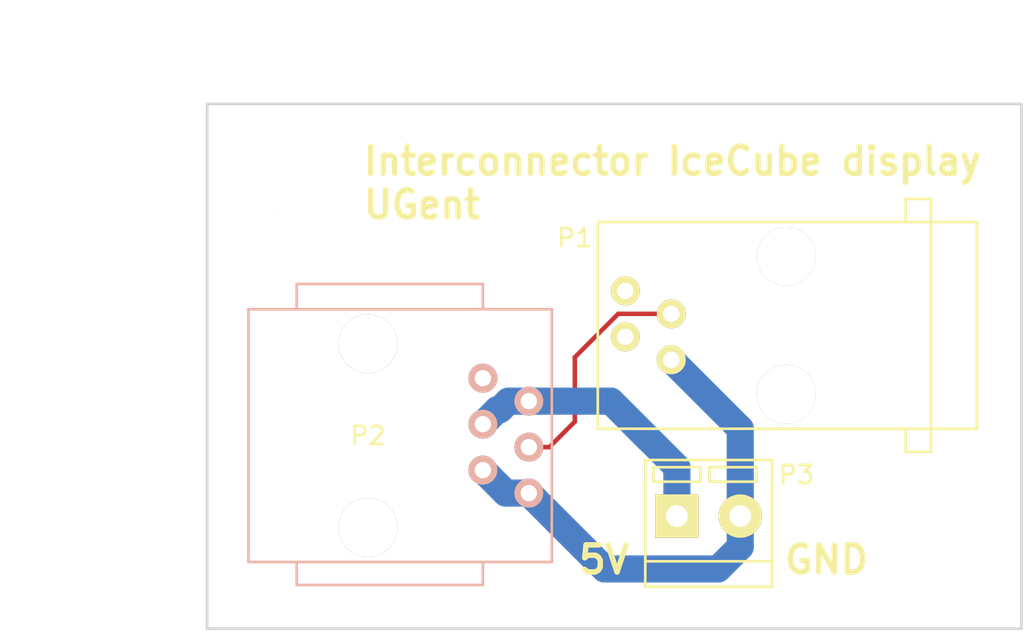
<source format=kicad_pcb>
(kicad_pcb (version 4) (host pcbnew 4.0.2-4+6225~38~ubuntu14.04.1-stable)

  (general
    (links 6)
    (no_connects 1)
    (area 121.209999 80.144999 166.360001 109.295001)
    (thickness 1.6)
    (drawings 14)
    (tracks 22)
    (zones 0)
    (modules 5)
    (nets 7)
  )

  (page A4)
  (layers
    (0 F.Cu signal)
    (31 B.Cu signal)
    (32 B.Adhes user)
    (33 F.Adhes user)
    (34 B.Paste user)
    (35 F.Paste user)
    (36 B.SilkS user)
    (37 F.SilkS user)
    (38 B.Mask user)
    (39 F.Mask user)
    (40 Dwgs.User user)
    (41 Cmts.User user)
    (42 Eco1.User user)
    (43 Eco2.User user)
    (44 Edge.Cuts user)
    (45 Margin user)
    (46 B.CrtYd user)
    (47 F.CrtYd user)
    (48 B.Fab user)
    (49 F.Fab user)
  )

  (setup
    (last_trace_width 0.25)
    (trace_clearance 0.25)
    (zone_clearance 0.508)
    (zone_45_only no)
    (trace_min 0.2)
    (segment_width 0.2)
    (edge_width 0.15)
    (via_size 0.6)
    (via_drill 0.4)
    (via_min_size 0.4)
    (via_min_drill 0.3)
    (uvia_size 0.3)
    (uvia_drill 0.1)
    (uvias_allowed no)
    (uvia_min_size 0.2)
    (uvia_min_drill 0.1)
    (pcb_text_width 0.3)
    (pcb_text_size 1.5 1.5)
    (mod_edge_width 0.15)
    (mod_text_size 1 1)
    (mod_text_width 0.15)
    (pad_size 1.524 1.524)
    (pad_drill 0.762)
    (pad_to_mask_clearance 0.2)
    (aux_axis_origin 0 0)
    (grid_origin 121.285 109.22)
    (visible_elements FFFFFF7F)
    (pcbplotparams
      (layerselection 0x010e0_80000001)
      (usegerberextensions false)
      (excludeedgelayer true)
      (linewidth 0.100000)
      (plotframeref false)
      (viasonmask false)
      (mode 1)
      (useauxorigin false)
      (hpglpennumber 1)
      (hpglpenspeed 20)
      (hpglpendiameter 15)
      (hpglpenoverlay 2)
      (psnegative false)
      (psa4output false)
      (plotreference true)
      (plotvalue false)
      (plotinvisibletext false)
      (padsonsilk false)
      (subtractmaskfromsilk false)
      (outputformat 1)
      (mirror false)
      (drillshape 0)
      (scaleselection 1)
      (outputdirectory production-single/))
  )

  (net 0 "")
  (net 1 /GND)
  (net 2 "Net-(P1-Pad2)")
  (net 3 /DATA)
  (net 4 "Net-(P1-Pad4)")
  (net 5 /5V)
  (net 6 "Net-(P2-Pad6)")

  (net_class Default "This is the default net class."
    (clearance 0.25)
    (trace_width 0.25)
    (via_dia 0.6)
    (via_drill 0.4)
    (uvia_dia 0.3)
    (uvia_drill 0.1)
    (add_net /DATA)
    (add_net "Net-(P1-Pad2)")
    (add_net "Net-(P1-Pad4)")
    (add_net "Net-(P2-Pad6)")
  )

  (net_class power ""
    (clearance 0.25)
    (trace_width 1.5)
    (via_dia 0.6)
    (via_drill 0.4)
    (uvia_dia 0.3)
    (uvia_drill 0.1)
    (add_net /5V)
    (add_net /GND)
  )

  (module modular_connectors:4P4C_horizontal (layer F.Cu) (tedit 56E6C5F6) (tstamp 56E69C1C)
    (at 146.939 94.361 90)
    (path /56E69467)
    (solder_mask_margin 0.1016)
    (fp_text reference P1 (at 6.731 -5.334 180) (layer F.SilkS)
      (effects (font (size 1 1) (thickness 0.15)))
    )
    (fp_text value 4P4C (at 1.651 -7.366 90) (layer F.Fab)
      (effects (font (size 1 1) (thickness 0.15)))
    )
    (fp_line (start 9.271 -4.318) (end -5.334 -4.318) (layer F.CrtYd) (width 0.05))
    (fp_line (start -5.334 -4.318375) (end -5.334 17.145) (layer F.CrtYd) (width 0.05))
    (fp_line (start 9.271 17.145) (end -5.334 17.145) (layer F.CrtYd) (width 0.05))
    (fp_line (start 9.271 -4.318) (end 9.271 17.145) (layer F.CrtYd) (width 0.05))
    (fp_line (start 7.62 14.351) (end 8.89 14.351) (layer F.SilkS) (width 0.15))
    (fp_line (start 8.89 14.351) (end 8.89 12.954) (layer F.SilkS) (width 0.15))
    (fp_line (start 8.89 12.954) (end 7.62 12.954) (layer F.SilkS) (width 0.15))
    (fp_line (start -3.81 14.351) (end -5.08 14.351) (layer F.SilkS) (width 0.15))
    (fp_line (start -5.08 14.351) (end -5.08 12.954) (layer F.SilkS) (width 0.15))
    (fp_line (start -5.08 12.954) (end -3.81 12.954) (layer F.SilkS) (width 0.15))
    (fp_line (start -3.81 14.351) (end 7.62 14.351) (layer F.SilkS) (width 0.15))
    (fp_line (start -3.81 -4.064) (end 7.62 -4.064) (layer F.SilkS) (width 0.15))
    (fp_line (start 7.62 -4.064) (end 7.62 16.891) (layer F.SilkS) (width 0.15))
    (fp_line (start -3.81 16.891) (end 7.62 16.891) (layer F.SilkS) (width 0.15))
    (fp_line (start -3.81 -4.064384) (end -3.81 16.891) (layer F.SilkS) (width 0.15))
    (pad 1 thru_hole circle (at 0 0 90) (size 1.6 1.6) (drill 0.9) (layers *.Cu *.Mask F.SilkS)
      (net 1 /GND))
    (pad 6 thru_hole circle (at 5.715 6.35 90) (size 3.25 3.25) (drill 3.25) (layers *.Cu *.Mask F.SilkS))
    (pad 5 thru_hole circle (at -1.905 6.35 90) (size 3.25 3.25) (drill 3.25) (layers *.Cu *.Mask F.SilkS))
    (pad 2 thru_hole circle (at 1.27 -2.54 90) (size 1.6 1.6) (drill 0.9) (layers *.Cu *.Mask F.SilkS)
      (net 2 "Net-(P1-Pad2)"))
    (pad 3 thru_hole circle (at 2.54 0 90) (size 1.6 1.6) (drill 0.9) (layers *.Cu *.Mask F.SilkS)
      (net 3 /DATA))
    (pad 4 thru_hole circle (at 3.81 -2.54 90) (size 1.6 1.6) (drill 0.9) (layers *.Cu *.Mask F.SilkS)
      (net 4 "Net-(P1-Pad4)"))
  )

  (module modular_connectors:TerminalBlock_3.5mm_2pol (layer F.Cu) (tedit 56E6981D) (tstamp 56E69C4D)
    (at 147.249 102.997)
    (descr "2-way 3.5mm pitch terminal block, Phoenix PT series")
    (path /56E69505)
    (fp_text reference P3 (at 6.604 -2.286) (layer F.SilkS)
      (effects (font (size 1 1) (thickness 0.15)))
    )
    (fp_text value CONN_01X02 (at 1.75 6) (layer F.Fab)
      (effects (font (size 1 1) (thickness 0.15)))
    )
    (fp_line (start -1.3 -1.9) (end -1.3 -2.7) (layer F.SilkS) (width 0.15))
    (fp_line (start 1.3 -1.9) (end -1.3 -1.9) (layer F.SilkS) (width 0.15))
    (fp_line (start 1.3 -2.7) (end 1.3 -1.9) (layer F.SilkS) (width 0.15))
    (fp_line (start -1.3 -2.7) (end 1.3 -2.7) (layer F.SilkS) (width 0.15))
    (fp_line (start -1.9 -3.3) (end 5.4 -3.3) (layer F.CrtYd) (width 0.05))
    (fp_line (start -1.9 4.2) (end -1.9 -3.3) (layer F.CrtYd) (width 0.05))
    (fp_line (start 5.4 4.2) (end -1.9 4.2) (layer F.CrtYd) (width 0.05))
    (fp_line (start 5.4 -3.3) (end 5.4 4.2) (layer F.CrtYd) (width 0.05))
    (fp_line (start -1.75 2.5) (end 5.25 2.5) (layer F.SilkS) (width 0.15))
    (fp_line (start -1.75 3.9) (end 5.25 3.9) (layer F.SilkS) (width 0.15))
    (fp_line (start -1.75 -3.1) (end -1.75 3.900178) (layer F.SilkS) (width 0.15))
    (fp_line (start 5.25 3.900178) (end 5.25 -3.1) (layer F.SilkS) (width 0.15))
    (fp_line (start 5.25 -3.1) (end -1.75 -3.1) (layer F.SilkS) (width 0.15))
    (fp_line (start 1.8 -2.7) (end 4.4 -2.7) (layer F.SilkS) (width 0.15))
    (fp_line (start 4.4 -2.7) (end 4.4 -1.9) (layer F.SilkS) (width 0.15))
    (fp_line (start 4.4 -1.9) (end 1.8 -1.9) (layer F.SilkS) (width 0.15))
    (fp_line (start 1.8 -1.9) (end 1.8 -2.7) (layer F.SilkS) (width 0.15))
    (pad 2 thru_hole circle (at 3.5 0) (size 2.4 2.4) (drill 1.2) (layers *.Cu *.Mask F.SilkS)
      (net 1 /GND))
    (pad 1 thru_hole rect (at 0 0) (size 2.4 2.4) (drill 1.2) (layers *.Cu *.Mask F.SilkS)
      (net 5 /5V))
    (model Terminal_Blocks.3dshapes/TerminalBlock_Pheonix_PT-3.5mm_2pol.wrl
      (at (xyz 0 0 0))
      (scale (xyz 1 1 1))
      (rotate (xyz 0 0 0))
    )
  )

  (module Mounting_Holes:MountingHole_3.2mm_M3 (layer F.Cu) (tedit 56E69E3E) (tstamp 56E6A077)
    (at 161.29 104.22)
    (descr "Mounting Hole 3.2mm, no annular, M3")
    (tags "mounting hole 3.2mm no annular m3")
    (fp_text reference REF** (at 0 -4.2) (layer F.SilkS) hide
      (effects (font (size 1 1) (thickness 0.15)))
    )
    (fp_text value MountingHole_3.2mm_M3 (at 0 4.2) (layer F.Fab) hide
      (effects (font (size 1 1) (thickness 0.15)))
    )
    (fp_circle (center 0 0) (end 3.2 0) (layer Cmts.User) (width 0.15))
    (fp_circle (center 0 0) (end 3.45 0) (layer F.CrtYd) (width 0.05))
    (pad 1 np_thru_hole circle (at 0 0) (size 3.2 3.2) (drill 3.2) (layers *.Cu *.Mask F.SilkS))
  )

  (module modular_connectors:6P6C_vertical (layer B.Cu) (tedit 56E69D63) (tstamp 56E69EA8)
    (at 139.065 99.187 90)
    (path /56E694BE)
    (fp_text reference P2 (at 0.635 -8.89 180) (layer F.SilkS)
      (effects (font (size 1 1) (thickness 0.15)))
    )
    (fp_text value 6P6C (at 0.635 -16.51 90) (layer B.Fab)
      (effects (font (size 1 1) (thickness 0.15)) (justify mirror))
    )
    (fp_line (start -7.874 1.524) (end 9.271 1.524) (layer B.CrtYd) (width 0.05))
    (fp_line (start -7.874 -15.748) (end -7.874 1.524) (layer B.CrtYd) (width 0.05))
    (fp_line (start 9.271 -15.748) (end -7.874 -15.748) (layer B.CrtYd) (width 0.05))
    (fp_line (start 9.271 1.524) (end 9.271 -15.748) (layer B.CrtYd) (width 0.05))
    (fp_line (start 7.62 -12.827) (end 9.017 -12.827) (layer B.SilkS) (width 0.15))
    (fp_line (start 9.017 -12.827) (end 9.017 -2.54) (layer B.SilkS) (width 0.15))
    (fp_line (start 9.017 -2.54) (end 7.62 -2.54) (layer B.SilkS) (width 0.15))
    (fp_line (start -6.35 -2.54) (end -7.62 -2.54) (layer B.SilkS) (width 0.15))
    (fp_line (start -7.62 -2.54) (end -7.62 -12.827) (layer B.SilkS) (width 0.15))
    (fp_line (start -7.62 -12.827) (end -6.35 -12.827) (layer B.SilkS) (width 0.15))
    (fp_line (start 7.62 1.27) (end -6.35 1.27) (layer B.SilkS) (width 0.15))
    (fp_line (start 7.62 -15.494) (end 7.62 1.27) (layer B.SilkS) (width 0.15))
    (fp_line (start -6.35 -15.494) (end -6.35 1.27) (layer B.SilkS) (width 0.15))
    (fp_line (start -6.35 -15.494) (end 7.62 -15.494) (layer B.SilkS) (width 0.15))
    (pad 1 thru_hole circle (at -2.54 0 90) (size 1.6 1.6) (drill 0.9) (layers *.Cu *.Mask B.SilkS)
      (net 1 /GND))
    (pad 7 thru_hole circle (at -4.445 -8.89 90) (size 3.25 3.25) (drill 3.25) (layers *.Cu *.Mask B.SilkS))
    (pad 2 thru_hole circle (at -1.27 -2.54 90) (size 1.6 1.6) (drill 0.9) (layers *.Cu *.Mask B.SilkS)
      (net 1 /GND))
    (pad 3 thru_hole circle (at 0 0 90) (size 1.6 1.6) (drill 0.9) (layers *.Cu *.Mask B.SilkS)
      (net 3 /DATA))
    (pad 4 thru_hole circle (at 1.27 -2.54 90) (size 1.6 1.6) (drill 0.9) (layers *.Cu *.Mask B.SilkS)
      (net 5 /5V))
    (pad 5 thru_hole circle (at 2.54 0 90) (size 1.6 1.6) (drill 0.9) (layers *.Cu *.Mask B.SilkS)
      (net 5 /5V))
    (pad 6 thru_hole circle (at 3.81 -2.54 90) (size 1.6 1.6) (drill 0.9) (layers *.Cu *.Mask B.SilkS)
      (net 6 "Net-(P2-Pad6)"))
    (pad 8 thru_hole circle (at 5.715 -8.89 90) (size 3.25 3.25) (drill 3.25) (layers *.Cu *.Mask B.SilkS))
  )

  (module Mounting_Holes:MountingHole_3.2mm_M3 (layer F.Cu) (tedit 56E69E3E) (tstamp 56E6A05E)
    (at 126.285 85.22)
    (descr "Mounting Hole 3.2mm, no annular, M3")
    (tags "mounting hole 3.2mm no annular m3")
    (fp_text reference REF** (at 0 -4.2) (layer F.SilkS) hide
      (effects (font (size 1 1) (thickness 0.15)))
    )
    (fp_text value MountingHole_3.2mm_M3 (at 0 4.2) (layer F.Fab) hide
      (effects (font (size 1 1) (thickness 0.15)))
    )
    (fp_circle (center 0 0) (end 3.2 0) (layer Cmts.User) (width 0.15))
    (fp_circle (center 0 0) (end 3.45 0) (layer F.CrtYd) (width 0.05))
    (pad 1 np_thru_hole circle (at 0 0) (size 3.2 3.2) (drill 3.2) (layers *.Cu *.Mask F.SilkS))
  )

  (gr_line (start 164.285 80.22) (end 164.285 109.22) (layer Cmts.User) (width 0.2))
  (gr_line (start 121.285 82.22) (end 166.285 82.22) (layer Cmts.User) (width 0.2))
  (gr_line (start 123.285 109.22) (end 123.285 80.22) (angle 90) (layer Cmts.User) (width 0.2))
  (gr_line (start 166.285 107.22) (end 123.285 107.22) (angle 90) (layer Cmts.User) (width 0.2))
  (gr_line (start 121.285 107.22) (end 166.285 107.22) (angle 90) (layer Cmts.User) (width 0.2))
  (gr_text "GND\n" (at 153.035 105.41) (layer F.SilkS)
    (effects (font (size 1.5 1.5) (thickness 0.3)) (justify left))
  )
  (gr_text 5V (at 144.78 105.41) (layer F.SilkS)
    (effects (font (size 1.5 1.5) (thickness 0.3)) (justify right))
  )
  (dimension 29 (width 0.3) (layer Cmts.User)
    (gr_text "29.000 mm" (at 116.125 94.72 270) (layer Cmts.User) (tstamp 56E6B295)
      (effects (font (size 1.5 1.5) (thickness 0.3)))
    )
    (feature1 (pts (xy 121.285 109.22) (xy 114.775 109.22)))
    (feature2 (pts (xy 121.285 80.22) (xy 114.775 80.22)))
    (crossbar (pts (xy 117.475 80.22) (xy 117.475 109.22)))
    (arrow1a (pts (xy 117.475 109.22) (xy 116.888579 108.093496)))
    (arrow1b (pts (xy 117.475 109.22) (xy 118.061421 108.093496)))
    (arrow2a (pts (xy 117.475 80.22) (xy 116.888579 81.346504)))
    (arrow2b (pts (xy 117.475 80.22) (xy 118.061421 81.346504)))
  )
  (dimension 45 (width 0.3) (layer Cmts.User)
    (gr_text "45.000 mm" (at 143.785 76.33) (layer Cmts.User)
      (effects (font (size 1.5 1.5) (thickness 0.3)))
    )
    (feature1 (pts (xy 121.285 80.22) (xy 121.285 74.98)))
    (feature2 (pts (xy 166.285 80.22) (xy 166.285 74.98)))
    (crossbar (pts (xy 166.285 77.68) (xy 121.285 77.68)))
    (arrow1a (pts (xy 121.285 77.68) (xy 122.411504 77.093579)))
    (arrow1b (pts (xy 121.285 77.68) (xy 122.411504 78.266421)))
    (arrow2a (pts (xy 166.285 77.68) (xy 165.158496 77.093579)))
    (arrow2b (pts (xy 166.285 77.68) (xy 165.158496 78.266421)))
  )
  (gr_line (start 166.285 80.22) (end 121.285 80.22) (layer Edge.Cuts) (width 0.15))
  (gr_line (start 166.285 109.22) (end 166.285 80.22) (layer Edge.Cuts) (width 0.15))
  (gr_line (start 121.285 109.22) (end 166.285 109.22) (layer Edge.Cuts) (width 0.15))
  (gr_line (start 121.285 80.22) (end 121.285 109.22) (layer Edge.Cuts) (width 0.15))
  (gr_text "Interconnector IceCube display\nUGent" (at 129.785 84.582) (layer F.SilkS)
    (effects (font (size 1.5 1.45) (thickness 0.3)) (justify left))
  )

  (segment (start 143.256 105.918) (end 149.525056 105.918) (width 1.5) (layer B.Cu) (net 1))
  (segment (start 149.525056 105.918) (end 150.749 104.694056) (width 1.5) (layer B.Cu) (net 1))
  (segment (start 139.065 101.727) (end 143.256 105.918) (width 1.5) (layer B.Cu) (net 1))
  (segment (start 150.749 102.997) (end 150.749 104.694056) (width 1.5) (layer B.Cu) (net 1))
  (segment (start 139.065 101.727) (end 137.795 101.727) (width 1.5) (layer B.Cu) (net 1))
  (segment (start 137.795 101.727) (end 136.525 100.457) (width 1.5) (layer B.Cu) (net 1))
  (segment (start 150.749 98.171) (end 150.749 102.997) (width 1.5) (layer B.Cu) (net 1))
  (segment (start 146.939 94.361) (end 150.749 98.171) (width 1.5) (layer B.Cu) (net 1))
  (segment (start 141.605 97.77837) (end 140.19637 99.187) (width 0.25) (layer F.Cu) (net 3))
  (segment (start 141.605 94.219998) (end 141.605 97.77837) (width 0.25) (layer F.Cu) (net 3))
  (segment (start 146.939 91.821) (end 144.003998 91.821) (width 0.25) (layer F.Cu) (net 3))
  (segment (start 144.003998 91.821) (end 141.605 94.219998) (width 0.25) (layer F.Cu) (net 3))
  (segment (start 140.19637 99.187) (end 139.065 99.187) (width 0.25) (layer F.Cu) (net 3))
  (segment (start 139.065 96.647) (end 137.93363 96.647) (width 1.5) (layer B.Cu) (net 5))
  (segment (start 137.93363 96.647) (end 137.463629 97.117001) (width 1.5) (layer B.Cu) (net 5))
  (segment (start 137.463629 97.117001) (end 137.324999 97.117001) (width 1.5) (layer B.Cu) (net 5))
  (segment (start 137.324999 97.117001) (end 136.525 97.917) (width 1.5) (layer B.Cu) (net 5))
  (segment (start 147.249 100.297) (end 145.669 98.717) (width 1.5) (layer B.Cu) (net 5))
  (segment (start 145.669 98.717) (end 144.653 97.701) (width 1.5) (layer B.Cu) (net 5))
  (segment (start 139.065 96.647) (end 143.599 96.647) (width 1.5) (layer B.Cu) (net 5))
  (segment (start 143.599 96.647) (end 145.669 98.717) (width 1.5) (layer B.Cu) (net 5))
  (segment (start 147.249 102.997) (end 147.249 100.297) (width 1.5) (layer B.Cu) (net 5))

)

</source>
